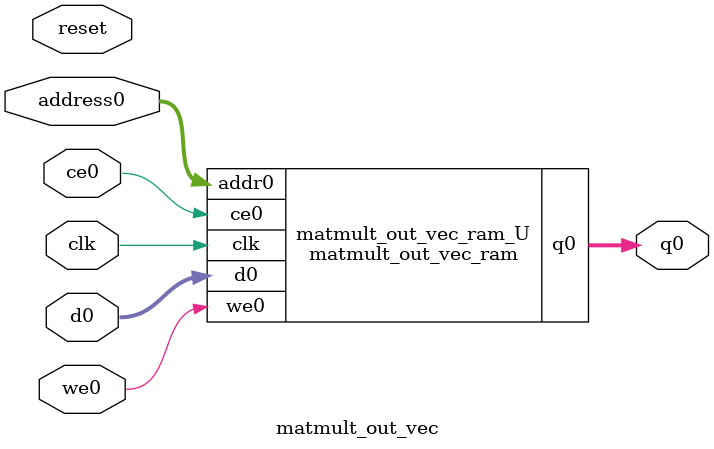
<source format=v>

`timescale 1 ns / 1 ps
module matmult_out_vec_ram (addr0, ce0, d0, we0, q0,  clk);

parameter DWIDTH = 32;
parameter AWIDTH = 7;
parameter MEM_SIZE = 100;

input[AWIDTH-1:0] addr0;
input ce0;
input[DWIDTH-1:0] d0;
input we0;
output reg[DWIDTH-1:0] q0;
input clk;

(* ram_style = "block" *)reg [DWIDTH-1:0] ram[MEM_SIZE-1:0];




always @(posedge clk)  
begin 
    if (ce0) 
    begin
        if (we0) 
        begin 
            ram[addr0] <= d0; 
            q0 <= d0;
        end 
        else 
            q0 <= ram[addr0];
    end
end


endmodule


`timescale 1 ns / 1 ps
module matmult_out_vec(
    reset,
    clk,
    address0,
    ce0,
    we0,
    d0,
    q0);

parameter DataWidth = 32'd32;
parameter AddressRange = 32'd100;
parameter AddressWidth = 32'd7;
input reset;
input clk;
input[AddressWidth - 1:0] address0;
input ce0;
input we0;
input[DataWidth - 1:0] d0;
output[DataWidth - 1:0] q0;



matmult_out_vec_ram matmult_out_vec_ram_U(
    .clk( clk ),
    .addr0( address0 ),
    .ce0( ce0 ),
    .d0( d0 ),
    .we0( we0 ),
    .q0( q0 ));

endmodule


</source>
